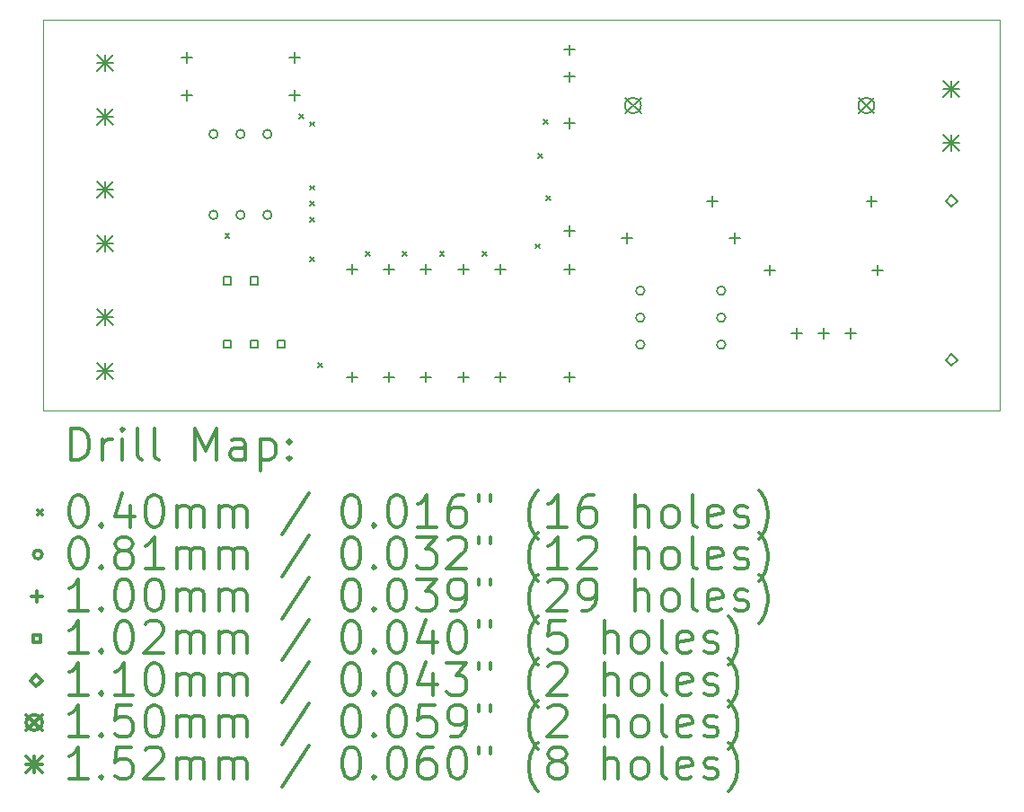
<source format=gbr>
%FSLAX45Y45*%
G04 Gerber Fmt 4.5, Leading zero omitted, Abs format (unit mm)*
G04 Created by KiCad (PCBNEW 4.0.0-rc1-stable) date 12/10/2015 23:54:31*
%MOMM*%
G01*
G04 APERTURE LIST*
%ADD10C,0.127000*%
%ADD11C,0.100000*%
%ADD12C,0.200000*%
%ADD13C,0.300000*%
G04 APERTURE END LIST*
D10*
D11*
X8636000Y-9271000D02*
X8636000Y-5588000D01*
X17653000Y-9271000D02*
X8636000Y-9271000D01*
X17653000Y-5588000D02*
X17653000Y-9271000D01*
X8636000Y-5588000D02*
X17653000Y-5588000D01*
D12*
X10355000Y-7605000D02*
X10395000Y-7645000D01*
X10395000Y-7605000D02*
X10355000Y-7645000D01*
X11055000Y-6480000D02*
X11095000Y-6520000D01*
X11095000Y-6480000D02*
X11055000Y-6520000D01*
X11155000Y-6555000D02*
X11195000Y-6595000D01*
X11195000Y-6555000D02*
X11155000Y-6595000D01*
X11155000Y-7155000D02*
X11195000Y-7195000D01*
X11195000Y-7155000D02*
X11155000Y-7195000D01*
X11155000Y-7305000D02*
X11195000Y-7345000D01*
X11195000Y-7305000D02*
X11155000Y-7345000D01*
X11155000Y-7455000D02*
X11195000Y-7495000D01*
X11195000Y-7455000D02*
X11155000Y-7495000D01*
X11155000Y-7830000D02*
X11195000Y-7870000D01*
X11195000Y-7830000D02*
X11155000Y-7870000D01*
X11230000Y-8830000D02*
X11270000Y-8870000D01*
X11270000Y-8830000D02*
X11230000Y-8870000D01*
X11680000Y-7780000D02*
X11720000Y-7820000D01*
X11720000Y-7780000D02*
X11680000Y-7820000D01*
X12030000Y-7780000D02*
X12070000Y-7820000D01*
X12070000Y-7780000D02*
X12030000Y-7820000D01*
X12380000Y-7780000D02*
X12420000Y-7820000D01*
X12420000Y-7780000D02*
X12380000Y-7820000D01*
X12780000Y-7780000D02*
X12820000Y-7820000D01*
X12820000Y-7780000D02*
X12780000Y-7820000D01*
X13280000Y-7705000D02*
X13320000Y-7745000D01*
X13320000Y-7705000D02*
X13280000Y-7745000D01*
X13305000Y-6855000D02*
X13345000Y-6895000D01*
X13345000Y-6855000D02*
X13305000Y-6895000D01*
X13355000Y-6530000D02*
X13395000Y-6570000D01*
X13395000Y-6530000D02*
X13355000Y-6570000D01*
X13380000Y-7255000D02*
X13420000Y-7295000D01*
X13420000Y-7255000D02*
X13380000Y-7295000D01*
X10286640Y-6669000D02*
G75*
G03X10286640Y-6669000I-40640J0D01*
G01*
X10286640Y-7431000D02*
G75*
G03X10286640Y-7431000I-40640J0D01*
G01*
X10540640Y-6669000D02*
G75*
G03X10540640Y-6669000I-40640J0D01*
G01*
X10540640Y-7431000D02*
G75*
G03X10540640Y-7431000I-40640J0D01*
G01*
X10794640Y-6669000D02*
G75*
G03X10794640Y-6669000I-40640J0D01*
G01*
X10794640Y-7431000D02*
G75*
G03X10794640Y-7431000I-40640J0D01*
G01*
X14309640Y-8146000D02*
G75*
G03X14309640Y-8146000I-40640J0D01*
G01*
X14309640Y-8400000D02*
G75*
G03X14309640Y-8400000I-40640J0D01*
G01*
X14309640Y-8654000D02*
G75*
G03X14309640Y-8654000I-40640J0D01*
G01*
X15071640Y-8146000D02*
G75*
G03X15071640Y-8146000I-40640J0D01*
G01*
X15071640Y-8400000D02*
G75*
G03X15071640Y-8400000I-40640J0D01*
G01*
X15071640Y-8654000D02*
G75*
G03X15071640Y-8654000I-40640J0D01*
G01*
X9992000Y-5899962D02*
X9992000Y-6000038D01*
X9941962Y-5950000D02*
X10042038Y-5950000D01*
X9992000Y-6249962D02*
X9992000Y-6350038D01*
X9941962Y-6300000D02*
X10042038Y-6300000D01*
X11008000Y-5899962D02*
X11008000Y-6000038D01*
X10957962Y-5950000D02*
X11058038Y-5950000D01*
X11008000Y-6249962D02*
X11008000Y-6350038D01*
X10957962Y-6300000D02*
X11058038Y-6300000D01*
X11550000Y-7891962D02*
X11550000Y-7992038D01*
X11499962Y-7942000D02*
X11600038Y-7942000D01*
X11550000Y-8907962D02*
X11550000Y-9008038D01*
X11499962Y-8958000D02*
X11600038Y-8958000D01*
X11900000Y-7891962D02*
X11900000Y-7992038D01*
X11849962Y-7942000D02*
X11950038Y-7942000D01*
X11900000Y-8907962D02*
X11900000Y-9008038D01*
X11849962Y-8958000D02*
X11950038Y-8958000D01*
X12250000Y-7891962D02*
X12250000Y-7992038D01*
X12199962Y-7942000D02*
X12300038Y-7942000D01*
X12250000Y-8907962D02*
X12250000Y-9008038D01*
X12199962Y-8958000D02*
X12300038Y-8958000D01*
X12600000Y-7891962D02*
X12600000Y-7992038D01*
X12549962Y-7942000D02*
X12650038Y-7942000D01*
X12600000Y-8907962D02*
X12600000Y-9008038D01*
X12549962Y-8958000D02*
X12650038Y-8958000D01*
X12950000Y-7891962D02*
X12950000Y-7992038D01*
X12899962Y-7942000D02*
X13000038Y-7942000D01*
X12950000Y-8907962D02*
X12950000Y-9008038D01*
X12899962Y-8958000D02*
X13000038Y-8958000D01*
X13600000Y-5824962D02*
X13600000Y-5925038D01*
X13549962Y-5875000D02*
X13650038Y-5875000D01*
X13600000Y-6078962D02*
X13600000Y-6179038D01*
X13549962Y-6129000D02*
X13650038Y-6129000D01*
X13600000Y-6516962D02*
X13600000Y-6617038D01*
X13549962Y-6567000D02*
X13650038Y-6567000D01*
X13600000Y-7532962D02*
X13600000Y-7633038D01*
X13549962Y-7583000D02*
X13650038Y-7583000D01*
X13600000Y-7891962D02*
X13600000Y-7992038D01*
X13549962Y-7942000D02*
X13650038Y-7942000D01*
X13600000Y-8907962D02*
X13600000Y-9008038D01*
X13549962Y-8958000D02*
X13650038Y-8958000D01*
X14142000Y-7599962D02*
X14142000Y-7700038D01*
X14091962Y-7650000D02*
X14192038Y-7650000D01*
X14950000Y-7249962D02*
X14950000Y-7350038D01*
X14899962Y-7300000D02*
X15000038Y-7300000D01*
X15158000Y-7599962D02*
X15158000Y-7700038D01*
X15107962Y-7650000D02*
X15208038Y-7650000D01*
X15492000Y-7899962D02*
X15492000Y-8000038D01*
X15441962Y-7950000D02*
X15542038Y-7950000D01*
X15746000Y-8499962D02*
X15746000Y-8600038D01*
X15695962Y-8550000D02*
X15796038Y-8550000D01*
X16000000Y-8499962D02*
X16000000Y-8600038D01*
X15949962Y-8550000D02*
X16050038Y-8550000D01*
X16254000Y-8499962D02*
X16254000Y-8600038D01*
X16203962Y-8550000D02*
X16304038Y-8550000D01*
X16450000Y-7249962D02*
X16450000Y-7350038D01*
X16399962Y-7300000D02*
X16500038Y-7300000D01*
X16508000Y-7899962D02*
X16508000Y-8000038D01*
X16457962Y-7950000D02*
X16558038Y-7950000D01*
X10410921Y-8085921D02*
X10410921Y-8014079D01*
X10339079Y-8014079D01*
X10339079Y-8085921D01*
X10410921Y-8085921D01*
X10410921Y-8685921D02*
X10410921Y-8614079D01*
X10339079Y-8614079D01*
X10339079Y-8685921D01*
X10410921Y-8685921D01*
X10664921Y-8085921D02*
X10664921Y-8014079D01*
X10593079Y-8014079D01*
X10593079Y-8085921D01*
X10664921Y-8085921D01*
X10664921Y-8685921D02*
X10664921Y-8614079D01*
X10593079Y-8614079D01*
X10593079Y-8685921D01*
X10664921Y-8685921D01*
X10918921Y-8685921D02*
X10918921Y-8614079D01*
X10847079Y-8614079D01*
X10847079Y-8685921D01*
X10918921Y-8685921D01*
X17200000Y-7355000D02*
X17255000Y-7300000D01*
X17200000Y-7245000D01*
X17145000Y-7300000D01*
X17200000Y-7355000D01*
X17200000Y-8855000D02*
X17255000Y-8800000D01*
X17200000Y-8745000D01*
X17145000Y-8800000D01*
X17200000Y-8855000D01*
X14124869Y-6324943D02*
X14274983Y-6475057D01*
X14274983Y-6324943D02*
X14124869Y-6475057D01*
X14274983Y-6400000D02*
G75*
G03X14274983Y-6400000I-75057J0D01*
G01*
X16325017Y-6324943D02*
X16475131Y-6475057D01*
X16475131Y-6324943D02*
X16325017Y-6475057D01*
X16475131Y-6400000D02*
G75*
G03X16475131Y-6400000I-75057J0D01*
G01*
X9148800Y-5919800D02*
X9301200Y-6072200D01*
X9301200Y-5919800D02*
X9148800Y-6072200D01*
X9225000Y-5919800D02*
X9225000Y-6072200D01*
X9148800Y-5996000D02*
X9301200Y-5996000D01*
X9148800Y-6427800D02*
X9301200Y-6580200D01*
X9301200Y-6427800D02*
X9148800Y-6580200D01*
X9225000Y-6427800D02*
X9225000Y-6580200D01*
X9148800Y-6504000D02*
X9301200Y-6504000D01*
X9148800Y-7119800D02*
X9301200Y-7272200D01*
X9301200Y-7119800D02*
X9148800Y-7272200D01*
X9225000Y-7119800D02*
X9225000Y-7272200D01*
X9148800Y-7196000D02*
X9301200Y-7196000D01*
X9148800Y-7627800D02*
X9301200Y-7780200D01*
X9301200Y-7627800D02*
X9148800Y-7780200D01*
X9225000Y-7627800D02*
X9225000Y-7780200D01*
X9148800Y-7704000D02*
X9301200Y-7704000D01*
X9148800Y-8319800D02*
X9301200Y-8472200D01*
X9301200Y-8319800D02*
X9148800Y-8472200D01*
X9225000Y-8319800D02*
X9225000Y-8472200D01*
X9148800Y-8396000D02*
X9301200Y-8396000D01*
X9148800Y-8827800D02*
X9301200Y-8980200D01*
X9301200Y-8827800D02*
X9148800Y-8980200D01*
X9225000Y-8827800D02*
X9225000Y-8980200D01*
X9148800Y-8904000D02*
X9301200Y-8904000D01*
X17123800Y-6169800D02*
X17276200Y-6322200D01*
X17276200Y-6169800D02*
X17123800Y-6322200D01*
X17200000Y-6169800D02*
X17200000Y-6322200D01*
X17123800Y-6246000D02*
X17276200Y-6246000D01*
X17123800Y-6677800D02*
X17276200Y-6830200D01*
X17276200Y-6677800D02*
X17123800Y-6830200D01*
X17200000Y-6677800D02*
X17200000Y-6830200D01*
X17123800Y-6754000D02*
X17276200Y-6754000D01*
D13*
X8902429Y-9741714D02*
X8902429Y-9441714D01*
X8973857Y-9441714D01*
X9016714Y-9456000D01*
X9045286Y-9484572D01*
X9059571Y-9513143D01*
X9073857Y-9570286D01*
X9073857Y-9613143D01*
X9059571Y-9670286D01*
X9045286Y-9698857D01*
X9016714Y-9727429D01*
X8973857Y-9741714D01*
X8902429Y-9741714D01*
X9202429Y-9741714D02*
X9202429Y-9541714D01*
X9202429Y-9598857D02*
X9216714Y-9570286D01*
X9231000Y-9556000D01*
X9259571Y-9541714D01*
X9288143Y-9541714D01*
X9388143Y-9741714D02*
X9388143Y-9541714D01*
X9388143Y-9441714D02*
X9373857Y-9456000D01*
X9388143Y-9470286D01*
X9402429Y-9456000D01*
X9388143Y-9441714D01*
X9388143Y-9470286D01*
X9573857Y-9741714D02*
X9545286Y-9727429D01*
X9531000Y-9698857D01*
X9531000Y-9441714D01*
X9731000Y-9741714D02*
X9702429Y-9727429D01*
X9688143Y-9698857D01*
X9688143Y-9441714D01*
X10073857Y-9741714D02*
X10073857Y-9441714D01*
X10173857Y-9656000D01*
X10273857Y-9441714D01*
X10273857Y-9741714D01*
X10545286Y-9741714D02*
X10545286Y-9584572D01*
X10531000Y-9556000D01*
X10502429Y-9541714D01*
X10445286Y-9541714D01*
X10416714Y-9556000D01*
X10545286Y-9727429D02*
X10516714Y-9741714D01*
X10445286Y-9741714D01*
X10416714Y-9727429D01*
X10402429Y-9698857D01*
X10402429Y-9670286D01*
X10416714Y-9641714D01*
X10445286Y-9627429D01*
X10516714Y-9627429D01*
X10545286Y-9613143D01*
X10688143Y-9541714D02*
X10688143Y-9841714D01*
X10688143Y-9556000D02*
X10716714Y-9541714D01*
X10773857Y-9541714D01*
X10802429Y-9556000D01*
X10816714Y-9570286D01*
X10831000Y-9598857D01*
X10831000Y-9684572D01*
X10816714Y-9713143D01*
X10802429Y-9727429D01*
X10773857Y-9741714D01*
X10716714Y-9741714D01*
X10688143Y-9727429D01*
X10959571Y-9713143D02*
X10973857Y-9727429D01*
X10959571Y-9741714D01*
X10945286Y-9727429D01*
X10959571Y-9713143D01*
X10959571Y-9741714D01*
X10959571Y-9556000D02*
X10973857Y-9570286D01*
X10959571Y-9584572D01*
X10945286Y-9570286D01*
X10959571Y-9556000D01*
X10959571Y-9584572D01*
X8591000Y-10216000D02*
X8631000Y-10256000D01*
X8631000Y-10216000D02*
X8591000Y-10256000D01*
X8959571Y-10071714D02*
X8988143Y-10071714D01*
X9016714Y-10086000D01*
X9031000Y-10100286D01*
X9045286Y-10128857D01*
X9059571Y-10186000D01*
X9059571Y-10257429D01*
X9045286Y-10314572D01*
X9031000Y-10343143D01*
X9016714Y-10357429D01*
X8988143Y-10371714D01*
X8959571Y-10371714D01*
X8931000Y-10357429D01*
X8916714Y-10343143D01*
X8902429Y-10314572D01*
X8888143Y-10257429D01*
X8888143Y-10186000D01*
X8902429Y-10128857D01*
X8916714Y-10100286D01*
X8931000Y-10086000D01*
X8959571Y-10071714D01*
X9188143Y-10343143D02*
X9202429Y-10357429D01*
X9188143Y-10371714D01*
X9173857Y-10357429D01*
X9188143Y-10343143D01*
X9188143Y-10371714D01*
X9459571Y-10171714D02*
X9459571Y-10371714D01*
X9388143Y-10057429D02*
X9316714Y-10271714D01*
X9502428Y-10271714D01*
X9673857Y-10071714D02*
X9702429Y-10071714D01*
X9731000Y-10086000D01*
X9745286Y-10100286D01*
X9759571Y-10128857D01*
X9773857Y-10186000D01*
X9773857Y-10257429D01*
X9759571Y-10314572D01*
X9745286Y-10343143D01*
X9731000Y-10357429D01*
X9702429Y-10371714D01*
X9673857Y-10371714D01*
X9645286Y-10357429D01*
X9631000Y-10343143D01*
X9616714Y-10314572D01*
X9602429Y-10257429D01*
X9602429Y-10186000D01*
X9616714Y-10128857D01*
X9631000Y-10100286D01*
X9645286Y-10086000D01*
X9673857Y-10071714D01*
X9902429Y-10371714D02*
X9902429Y-10171714D01*
X9902429Y-10200286D02*
X9916714Y-10186000D01*
X9945286Y-10171714D01*
X9988143Y-10171714D01*
X10016714Y-10186000D01*
X10031000Y-10214572D01*
X10031000Y-10371714D01*
X10031000Y-10214572D02*
X10045286Y-10186000D01*
X10073857Y-10171714D01*
X10116714Y-10171714D01*
X10145286Y-10186000D01*
X10159571Y-10214572D01*
X10159571Y-10371714D01*
X10302429Y-10371714D02*
X10302429Y-10171714D01*
X10302429Y-10200286D02*
X10316714Y-10186000D01*
X10345286Y-10171714D01*
X10388143Y-10171714D01*
X10416714Y-10186000D01*
X10431000Y-10214572D01*
X10431000Y-10371714D01*
X10431000Y-10214572D02*
X10445286Y-10186000D01*
X10473857Y-10171714D01*
X10516714Y-10171714D01*
X10545286Y-10186000D01*
X10559571Y-10214572D01*
X10559571Y-10371714D01*
X11145286Y-10057429D02*
X10888143Y-10443143D01*
X11531000Y-10071714D02*
X11559571Y-10071714D01*
X11588143Y-10086000D01*
X11602428Y-10100286D01*
X11616714Y-10128857D01*
X11631000Y-10186000D01*
X11631000Y-10257429D01*
X11616714Y-10314572D01*
X11602428Y-10343143D01*
X11588143Y-10357429D01*
X11559571Y-10371714D01*
X11531000Y-10371714D01*
X11502428Y-10357429D01*
X11488143Y-10343143D01*
X11473857Y-10314572D01*
X11459571Y-10257429D01*
X11459571Y-10186000D01*
X11473857Y-10128857D01*
X11488143Y-10100286D01*
X11502428Y-10086000D01*
X11531000Y-10071714D01*
X11759571Y-10343143D02*
X11773857Y-10357429D01*
X11759571Y-10371714D01*
X11745286Y-10357429D01*
X11759571Y-10343143D01*
X11759571Y-10371714D01*
X11959571Y-10071714D02*
X11988143Y-10071714D01*
X12016714Y-10086000D01*
X12031000Y-10100286D01*
X12045285Y-10128857D01*
X12059571Y-10186000D01*
X12059571Y-10257429D01*
X12045285Y-10314572D01*
X12031000Y-10343143D01*
X12016714Y-10357429D01*
X11988143Y-10371714D01*
X11959571Y-10371714D01*
X11931000Y-10357429D01*
X11916714Y-10343143D01*
X11902428Y-10314572D01*
X11888143Y-10257429D01*
X11888143Y-10186000D01*
X11902428Y-10128857D01*
X11916714Y-10100286D01*
X11931000Y-10086000D01*
X11959571Y-10071714D01*
X12345285Y-10371714D02*
X12173857Y-10371714D01*
X12259571Y-10371714D02*
X12259571Y-10071714D01*
X12231000Y-10114572D01*
X12202428Y-10143143D01*
X12173857Y-10157429D01*
X12602428Y-10071714D02*
X12545285Y-10071714D01*
X12516714Y-10086000D01*
X12502428Y-10100286D01*
X12473857Y-10143143D01*
X12459571Y-10200286D01*
X12459571Y-10314572D01*
X12473857Y-10343143D01*
X12488143Y-10357429D01*
X12516714Y-10371714D01*
X12573857Y-10371714D01*
X12602428Y-10357429D01*
X12616714Y-10343143D01*
X12631000Y-10314572D01*
X12631000Y-10243143D01*
X12616714Y-10214572D01*
X12602428Y-10200286D01*
X12573857Y-10186000D01*
X12516714Y-10186000D01*
X12488143Y-10200286D01*
X12473857Y-10214572D01*
X12459571Y-10243143D01*
X12745286Y-10071714D02*
X12745286Y-10128857D01*
X12859571Y-10071714D02*
X12859571Y-10128857D01*
X13302428Y-10486000D02*
X13288143Y-10471714D01*
X13259571Y-10428857D01*
X13245285Y-10400286D01*
X13231000Y-10357429D01*
X13216714Y-10286000D01*
X13216714Y-10228857D01*
X13231000Y-10157429D01*
X13245285Y-10114572D01*
X13259571Y-10086000D01*
X13288143Y-10043143D01*
X13302428Y-10028857D01*
X13573857Y-10371714D02*
X13402428Y-10371714D01*
X13488143Y-10371714D02*
X13488143Y-10071714D01*
X13459571Y-10114572D01*
X13431000Y-10143143D01*
X13402428Y-10157429D01*
X13831000Y-10071714D02*
X13773857Y-10071714D01*
X13745285Y-10086000D01*
X13731000Y-10100286D01*
X13702428Y-10143143D01*
X13688143Y-10200286D01*
X13688143Y-10314572D01*
X13702428Y-10343143D01*
X13716714Y-10357429D01*
X13745285Y-10371714D01*
X13802428Y-10371714D01*
X13831000Y-10357429D01*
X13845285Y-10343143D01*
X13859571Y-10314572D01*
X13859571Y-10243143D01*
X13845285Y-10214572D01*
X13831000Y-10200286D01*
X13802428Y-10186000D01*
X13745285Y-10186000D01*
X13716714Y-10200286D01*
X13702428Y-10214572D01*
X13688143Y-10243143D01*
X14216714Y-10371714D02*
X14216714Y-10071714D01*
X14345285Y-10371714D02*
X14345285Y-10214572D01*
X14331000Y-10186000D01*
X14302428Y-10171714D01*
X14259571Y-10171714D01*
X14231000Y-10186000D01*
X14216714Y-10200286D01*
X14531000Y-10371714D02*
X14502428Y-10357429D01*
X14488143Y-10343143D01*
X14473857Y-10314572D01*
X14473857Y-10228857D01*
X14488143Y-10200286D01*
X14502428Y-10186000D01*
X14531000Y-10171714D01*
X14573857Y-10171714D01*
X14602428Y-10186000D01*
X14616714Y-10200286D01*
X14631000Y-10228857D01*
X14631000Y-10314572D01*
X14616714Y-10343143D01*
X14602428Y-10357429D01*
X14573857Y-10371714D01*
X14531000Y-10371714D01*
X14802428Y-10371714D02*
X14773857Y-10357429D01*
X14759571Y-10328857D01*
X14759571Y-10071714D01*
X15031000Y-10357429D02*
X15002428Y-10371714D01*
X14945286Y-10371714D01*
X14916714Y-10357429D01*
X14902428Y-10328857D01*
X14902428Y-10214572D01*
X14916714Y-10186000D01*
X14945286Y-10171714D01*
X15002428Y-10171714D01*
X15031000Y-10186000D01*
X15045286Y-10214572D01*
X15045286Y-10243143D01*
X14902428Y-10271714D01*
X15159571Y-10357429D02*
X15188143Y-10371714D01*
X15245286Y-10371714D01*
X15273857Y-10357429D01*
X15288143Y-10328857D01*
X15288143Y-10314572D01*
X15273857Y-10286000D01*
X15245286Y-10271714D01*
X15202428Y-10271714D01*
X15173857Y-10257429D01*
X15159571Y-10228857D01*
X15159571Y-10214572D01*
X15173857Y-10186000D01*
X15202428Y-10171714D01*
X15245286Y-10171714D01*
X15273857Y-10186000D01*
X15388143Y-10486000D02*
X15402428Y-10471714D01*
X15431000Y-10428857D01*
X15445286Y-10400286D01*
X15459571Y-10357429D01*
X15473857Y-10286000D01*
X15473857Y-10228857D01*
X15459571Y-10157429D01*
X15445286Y-10114572D01*
X15431000Y-10086000D01*
X15402428Y-10043143D01*
X15388143Y-10028857D01*
X8631000Y-10632000D02*
G75*
G03X8631000Y-10632000I-40640J0D01*
G01*
X8959571Y-10467714D02*
X8988143Y-10467714D01*
X9016714Y-10482000D01*
X9031000Y-10496286D01*
X9045286Y-10524857D01*
X9059571Y-10582000D01*
X9059571Y-10653429D01*
X9045286Y-10710572D01*
X9031000Y-10739143D01*
X9016714Y-10753429D01*
X8988143Y-10767714D01*
X8959571Y-10767714D01*
X8931000Y-10753429D01*
X8916714Y-10739143D01*
X8902429Y-10710572D01*
X8888143Y-10653429D01*
X8888143Y-10582000D01*
X8902429Y-10524857D01*
X8916714Y-10496286D01*
X8931000Y-10482000D01*
X8959571Y-10467714D01*
X9188143Y-10739143D02*
X9202429Y-10753429D01*
X9188143Y-10767714D01*
X9173857Y-10753429D01*
X9188143Y-10739143D01*
X9188143Y-10767714D01*
X9373857Y-10596286D02*
X9345286Y-10582000D01*
X9331000Y-10567714D01*
X9316714Y-10539143D01*
X9316714Y-10524857D01*
X9331000Y-10496286D01*
X9345286Y-10482000D01*
X9373857Y-10467714D01*
X9431000Y-10467714D01*
X9459571Y-10482000D01*
X9473857Y-10496286D01*
X9488143Y-10524857D01*
X9488143Y-10539143D01*
X9473857Y-10567714D01*
X9459571Y-10582000D01*
X9431000Y-10596286D01*
X9373857Y-10596286D01*
X9345286Y-10610572D01*
X9331000Y-10624857D01*
X9316714Y-10653429D01*
X9316714Y-10710572D01*
X9331000Y-10739143D01*
X9345286Y-10753429D01*
X9373857Y-10767714D01*
X9431000Y-10767714D01*
X9459571Y-10753429D01*
X9473857Y-10739143D01*
X9488143Y-10710572D01*
X9488143Y-10653429D01*
X9473857Y-10624857D01*
X9459571Y-10610572D01*
X9431000Y-10596286D01*
X9773857Y-10767714D02*
X9602429Y-10767714D01*
X9688143Y-10767714D02*
X9688143Y-10467714D01*
X9659571Y-10510572D01*
X9631000Y-10539143D01*
X9602429Y-10553429D01*
X9902429Y-10767714D02*
X9902429Y-10567714D01*
X9902429Y-10596286D02*
X9916714Y-10582000D01*
X9945286Y-10567714D01*
X9988143Y-10567714D01*
X10016714Y-10582000D01*
X10031000Y-10610572D01*
X10031000Y-10767714D01*
X10031000Y-10610572D02*
X10045286Y-10582000D01*
X10073857Y-10567714D01*
X10116714Y-10567714D01*
X10145286Y-10582000D01*
X10159571Y-10610572D01*
X10159571Y-10767714D01*
X10302429Y-10767714D02*
X10302429Y-10567714D01*
X10302429Y-10596286D02*
X10316714Y-10582000D01*
X10345286Y-10567714D01*
X10388143Y-10567714D01*
X10416714Y-10582000D01*
X10431000Y-10610572D01*
X10431000Y-10767714D01*
X10431000Y-10610572D02*
X10445286Y-10582000D01*
X10473857Y-10567714D01*
X10516714Y-10567714D01*
X10545286Y-10582000D01*
X10559571Y-10610572D01*
X10559571Y-10767714D01*
X11145286Y-10453429D02*
X10888143Y-10839143D01*
X11531000Y-10467714D02*
X11559571Y-10467714D01*
X11588143Y-10482000D01*
X11602428Y-10496286D01*
X11616714Y-10524857D01*
X11631000Y-10582000D01*
X11631000Y-10653429D01*
X11616714Y-10710572D01*
X11602428Y-10739143D01*
X11588143Y-10753429D01*
X11559571Y-10767714D01*
X11531000Y-10767714D01*
X11502428Y-10753429D01*
X11488143Y-10739143D01*
X11473857Y-10710572D01*
X11459571Y-10653429D01*
X11459571Y-10582000D01*
X11473857Y-10524857D01*
X11488143Y-10496286D01*
X11502428Y-10482000D01*
X11531000Y-10467714D01*
X11759571Y-10739143D02*
X11773857Y-10753429D01*
X11759571Y-10767714D01*
X11745286Y-10753429D01*
X11759571Y-10739143D01*
X11759571Y-10767714D01*
X11959571Y-10467714D02*
X11988143Y-10467714D01*
X12016714Y-10482000D01*
X12031000Y-10496286D01*
X12045285Y-10524857D01*
X12059571Y-10582000D01*
X12059571Y-10653429D01*
X12045285Y-10710572D01*
X12031000Y-10739143D01*
X12016714Y-10753429D01*
X11988143Y-10767714D01*
X11959571Y-10767714D01*
X11931000Y-10753429D01*
X11916714Y-10739143D01*
X11902428Y-10710572D01*
X11888143Y-10653429D01*
X11888143Y-10582000D01*
X11902428Y-10524857D01*
X11916714Y-10496286D01*
X11931000Y-10482000D01*
X11959571Y-10467714D01*
X12159571Y-10467714D02*
X12345285Y-10467714D01*
X12245285Y-10582000D01*
X12288143Y-10582000D01*
X12316714Y-10596286D01*
X12331000Y-10610572D01*
X12345285Y-10639143D01*
X12345285Y-10710572D01*
X12331000Y-10739143D01*
X12316714Y-10753429D01*
X12288143Y-10767714D01*
X12202428Y-10767714D01*
X12173857Y-10753429D01*
X12159571Y-10739143D01*
X12459571Y-10496286D02*
X12473857Y-10482000D01*
X12502428Y-10467714D01*
X12573857Y-10467714D01*
X12602428Y-10482000D01*
X12616714Y-10496286D01*
X12631000Y-10524857D01*
X12631000Y-10553429D01*
X12616714Y-10596286D01*
X12445285Y-10767714D01*
X12631000Y-10767714D01*
X12745286Y-10467714D02*
X12745286Y-10524857D01*
X12859571Y-10467714D02*
X12859571Y-10524857D01*
X13302428Y-10882000D02*
X13288143Y-10867714D01*
X13259571Y-10824857D01*
X13245285Y-10796286D01*
X13231000Y-10753429D01*
X13216714Y-10682000D01*
X13216714Y-10624857D01*
X13231000Y-10553429D01*
X13245285Y-10510572D01*
X13259571Y-10482000D01*
X13288143Y-10439143D01*
X13302428Y-10424857D01*
X13573857Y-10767714D02*
X13402428Y-10767714D01*
X13488143Y-10767714D02*
X13488143Y-10467714D01*
X13459571Y-10510572D01*
X13431000Y-10539143D01*
X13402428Y-10553429D01*
X13688143Y-10496286D02*
X13702428Y-10482000D01*
X13731000Y-10467714D01*
X13802428Y-10467714D01*
X13831000Y-10482000D01*
X13845285Y-10496286D01*
X13859571Y-10524857D01*
X13859571Y-10553429D01*
X13845285Y-10596286D01*
X13673857Y-10767714D01*
X13859571Y-10767714D01*
X14216714Y-10767714D02*
X14216714Y-10467714D01*
X14345285Y-10767714D02*
X14345285Y-10610572D01*
X14331000Y-10582000D01*
X14302428Y-10567714D01*
X14259571Y-10567714D01*
X14231000Y-10582000D01*
X14216714Y-10596286D01*
X14531000Y-10767714D02*
X14502428Y-10753429D01*
X14488143Y-10739143D01*
X14473857Y-10710572D01*
X14473857Y-10624857D01*
X14488143Y-10596286D01*
X14502428Y-10582000D01*
X14531000Y-10567714D01*
X14573857Y-10567714D01*
X14602428Y-10582000D01*
X14616714Y-10596286D01*
X14631000Y-10624857D01*
X14631000Y-10710572D01*
X14616714Y-10739143D01*
X14602428Y-10753429D01*
X14573857Y-10767714D01*
X14531000Y-10767714D01*
X14802428Y-10767714D02*
X14773857Y-10753429D01*
X14759571Y-10724857D01*
X14759571Y-10467714D01*
X15031000Y-10753429D02*
X15002428Y-10767714D01*
X14945286Y-10767714D01*
X14916714Y-10753429D01*
X14902428Y-10724857D01*
X14902428Y-10610572D01*
X14916714Y-10582000D01*
X14945286Y-10567714D01*
X15002428Y-10567714D01*
X15031000Y-10582000D01*
X15045286Y-10610572D01*
X15045286Y-10639143D01*
X14902428Y-10667714D01*
X15159571Y-10753429D02*
X15188143Y-10767714D01*
X15245286Y-10767714D01*
X15273857Y-10753429D01*
X15288143Y-10724857D01*
X15288143Y-10710572D01*
X15273857Y-10682000D01*
X15245286Y-10667714D01*
X15202428Y-10667714D01*
X15173857Y-10653429D01*
X15159571Y-10624857D01*
X15159571Y-10610572D01*
X15173857Y-10582000D01*
X15202428Y-10567714D01*
X15245286Y-10567714D01*
X15273857Y-10582000D01*
X15388143Y-10882000D02*
X15402428Y-10867714D01*
X15431000Y-10824857D01*
X15445286Y-10796286D01*
X15459571Y-10753429D01*
X15473857Y-10682000D01*
X15473857Y-10624857D01*
X15459571Y-10553429D01*
X15445286Y-10510572D01*
X15431000Y-10482000D01*
X15402428Y-10439143D01*
X15388143Y-10424857D01*
X8580962Y-10977962D02*
X8580962Y-11078038D01*
X8530924Y-11028000D02*
X8631000Y-11028000D01*
X9059571Y-11163714D02*
X8888143Y-11163714D01*
X8973857Y-11163714D02*
X8973857Y-10863714D01*
X8945286Y-10906572D01*
X8916714Y-10935143D01*
X8888143Y-10949429D01*
X9188143Y-11135143D02*
X9202429Y-11149429D01*
X9188143Y-11163714D01*
X9173857Y-11149429D01*
X9188143Y-11135143D01*
X9188143Y-11163714D01*
X9388143Y-10863714D02*
X9416714Y-10863714D01*
X9445286Y-10878000D01*
X9459571Y-10892286D01*
X9473857Y-10920857D01*
X9488143Y-10978000D01*
X9488143Y-11049429D01*
X9473857Y-11106572D01*
X9459571Y-11135143D01*
X9445286Y-11149429D01*
X9416714Y-11163714D01*
X9388143Y-11163714D01*
X9359571Y-11149429D01*
X9345286Y-11135143D01*
X9331000Y-11106572D01*
X9316714Y-11049429D01*
X9316714Y-10978000D01*
X9331000Y-10920857D01*
X9345286Y-10892286D01*
X9359571Y-10878000D01*
X9388143Y-10863714D01*
X9673857Y-10863714D02*
X9702429Y-10863714D01*
X9731000Y-10878000D01*
X9745286Y-10892286D01*
X9759571Y-10920857D01*
X9773857Y-10978000D01*
X9773857Y-11049429D01*
X9759571Y-11106572D01*
X9745286Y-11135143D01*
X9731000Y-11149429D01*
X9702429Y-11163714D01*
X9673857Y-11163714D01*
X9645286Y-11149429D01*
X9631000Y-11135143D01*
X9616714Y-11106572D01*
X9602429Y-11049429D01*
X9602429Y-10978000D01*
X9616714Y-10920857D01*
X9631000Y-10892286D01*
X9645286Y-10878000D01*
X9673857Y-10863714D01*
X9902429Y-11163714D02*
X9902429Y-10963714D01*
X9902429Y-10992286D02*
X9916714Y-10978000D01*
X9945286Y-10963714D01*
X9988143Y-10963714D01*
X10016714Y-10978000D01*
X10031000Y-11006572D01*
X10031000Y-11163714D01*
X10031000Y-11006572D02*
X10045286Y-10978000D01*
X10073857Y-10963714D01*
X10116714Y-10963714D01*
X10145286Y-10978000D01*
X10159571Y-11006572D01*
X10159571Y-11163714D01*
X10302429Y-11163714D02*
X10302429Y-10963714D01*
X10302429Y-10992286D02*
X10316714Y-10978000D01*
X10345286Y-10963714D01*
X10388143Y-10963714D01*
X10416714Y-10978000D01*
X10431000Y-11006572D01*
X10431000Y-11163714D01*
X10431000Y-11006572D02*
X10445286Y-10978000D01*
X10473857Y-10963714D01*
X10516714Y-10963714D01*
X10545286Y-10978000D01*
X10559571Y-11006572D01*
X10559571Y-11163714D01*
X11145286Y-10849429D02*
X10888143Y-11235143D01*
X11531000Y-10863714D02*
X11559571Y-10863714D01*
X11588143Y-10878000D01*
X11602428Y-10892286D01*
X11616714Y-10920857D01*
X11631000Y-10978000D01*
X11631000Y-11049429D01*
X11616714Y-11106572D01*
X11602428Y-11135143D01*
X11588143Y-11149429D01*
X11559571Y-11163714D01*
X11531000Y-11163714D01*
X11502428Y-11149429D01*
X11488143Y-11135143D01*
X11473857Y-11106572D01*
X11459571Y-11049429D01*
X11459571Y-10978000D01*
X11473857Y-10920857D01*
X11488143Y-10892286D01*
X11502428Y-10878000D01*
X11531000Y-10863714D01*
X11759571Y-11135143D02*
X11773857Y-11149429D01*
X11759571Y-11163714D01*
X11745286Y-11149429D01*
X11759571Y-11135143D01*
X11759571Y-11163714D01*
X11959571Y-10863714D02*
X11988143Y-10863714D01*
X12016714Y-10878000D01*
X12031000Y-10892286D01*
X12045285Y-10920857D01*
X12059571Y-10978000D01*
X12059571Y-11049429D01*
X12045285Y-11106572D01*
X12031000Y-11135143D01*
X12016714Y-11149429D01*
X11988143Y-11163714D01*
X11959571Y-11163714D01*
X11931000Y-11149429D01*
X11916714Y-11135143D01*
X11902428Y-11106572D01*
X11888143Y-11049429D01*
X11888143Y-10978000D01*
X11902428Y-10920857D01*
X11916714Y-10892286D01*
X11931000Y-10878000D01*
X11959571Y-10863714D01*
X12159571Y-10863714D02*
X12345285Y-10863714D01*
X12245285Y-10978000D01*
X12288143Y-10978000D01*
X12316714Y-10992286D01*
X12331000Y-11006572D01*
X12345285Y-11035143D01*
X12345285Y-11106572D01*
X12331000Y-11135143D01*
X12316714Y-11149429D01*
X12288143Y-11163714D01*
X12202428Y-11163714D01*
X12173857Y-11149429D01*
X12159571Y-11135143D01*
X12488143Y-11163714D02*
X12545285Y-11163714D01*
X12573857Y-11149429D01*
X12588143Y-11135143D01*
X12616714Y-11092286D01*
X12631000Y-11035143D01*
X12631000Y-10920857D01*
X12616714Y-10892286D01*
X12602428Y-10878000D01*
X12573857Y-10863714D01*
X12516714Y-10863714D01*
X12488143Y-10878000D01*
X12473857Y-10892286D01*
X12459571Y-10920857D01*
X12459571Y-10992286D01*
X12473857Y-11020857D01*
X12488143Y-11035143D01*
X12516714Y-11049429D01*
X12573857Y-11049429D01*
X12602428Y-11035143D01*
X12616714Y-11020857D01*
X12631000Y-10992286D01*
X12745286Y-10863714D02*
X12745286Y-10920857D01*
X12859571Y-10863714D02*
X12859571Y-10920857D01*
X13302428Y-11278000D02*
X13288143Y-11263714D01*
X13259571Y-11220857D01*
X13245285Y-11192286D01*
X13231000Y-11149429D01*
X13216714Y-11078000D01*
X13216714Y-11020857D01*
X13231000Y-10949429D01*
X13245285Y-10906572D01*
X13259571Y-10878000D01*
X13288143Y-10835143D01*
X13302428Y-10820857D01*
X13402428Y-10892286D02*
X13416714Y-10878000D01*
X13445285Y-10863714D01*
X13516714Y-10863714D01*
X13545285Y-10878000D01*
X13559571Y-10892286D01*
X13573857Y-10920857D01*
X13573857Y-10949429D01*
X13559571Y-10992286D01*
X13388143Y-11163714D01*
X13573857Y-11163714D01*
X13716714Y-11163714D02*
X13773857Y-11163714D01*
X13802428Y-11149429D01*
X13816714Y-11135143D01*
X13845285Y-11092286D01*
X13859571Y-11035143D01*
X13859571Y-10920857D01*
X13845285Y-10892286D01*
X13831000Y-10878000D01*
X13802428Y-10863714D01*
X13745285Y-10863714D01*
X13716714Y-10878000D01*
X13702428Y-10892286D01*
X13688143Y-10920857D01*
X13688143Y-10992286D01*
X13702428Y-11020857D01*
X13716714Y-11035143D01*
X13745285Y-11049429D01*
X13802428Y-11049429D01*
X13831000Y-11035143D01*
X13845285Y-11020857D01*
X13859571Y-10992286D01*
X14216714Y-11163714D02*
X14216714Y-10863714D01*
X14345285Y-11163714D02*
X14345285Y-11006572D01*
X14331000Y-10978000D01*
X14302428Y-10963714D01*
X14259571Y-10963714D01*
X14231000Y-10978000D01*
X14216714Y-10992286D01*
X14531000Y-11163714D02*
X14502428Y-11149429D01*
X14488143Y-11135143D01*
X14473857Y-11106572D01*
X14473857Y-11020857D01*
X14488143Y-10992286D01*
X14502428Y-10978000D01*
X14531000Y-10963714D01*
X14573857Y-10963714D01*
X14602428Y-10978000D01*
X14616714Y-10992286D01*
X14631000Y-11020857D01*
X14631000Y-11106572D01*
X14616714Y-11135143D01*
X14602428Y-11149429D01*
X14573857Y-11163714D01*
X14531000Y-11163714D01*
X14802428Y-11163714D02*
X14773857Y-11149429D01*
X14759571Y-11120857D01*
X14759571Y-10863714D01*
X15031000Y-11149429D02*
X15002428Y-11163714D01*
X14945286Y-11163714D01*
X14916714Y-11149429D01*
X14902428Y-11120857D01*
X14902428Y-11006572D01*
X14916714Y-10978000D01*
X14945286Y-10963714D01*
X15002428Y-10963714D01*
X15031000Y-10978000D01*
X15045286Y-11006572D01*
X15045286Y-11035143D01*
X14902428Y-11063714D01*
X15159571Y-11149429D02*
X15188143Y-11163714D01*
X15245286Y-11163714D01*
X15273857Y-11149429D01*
X15288143Y-11120857D01*
X15288143Y-11106572D01*
X15273857Y-11078000D01*
X15245286Y-11063714D01*
X15202428Y-11063714D01*
X15173857Y-11049429D01*
X15159571Y-11020857D01*
X15159571Y-11006572D01*
X15173857Y-10978000D01*
X15202428Y-10963714D01*
X15245286Y-10963714D01*
X15273857Y-10978000D01*
X15388143Y-11278000D02*
X15402428Y-11263714D01*
X15431000Y-11220857D01*
X15445286Y-11192286D01*
X15459571Y-11149429D01*
X15473857Y-11078000D01*
X15473857Y-11020857D01*
X15459571Y-10949429D01*
X15445286Y-10906572D01*
X15431000Y-10878000D01*
X15402428Y-10835143D01*
X15388143Y-10820857D01*
X8616121Y-11459921D02*
X8616121Y-11388079D01*
X8544279Y-11388079D01*
X8544279Y-11459921D01*
X8616121Y-11459921D01*
X9059571Y-11559714D02*
X8888143Y-11559714D01*
X8973857Y-11559714D02*
X8973857Y-11259714D01*
X8945286Y-11302571D01*
X8916714Y-11331143D01*
X8888143Y-11345429D01*
X9188143Y-11531143D02*
X9202429Y-11545429D01*
X9188143Y-11559714D01*
X9173857Y-11545429D01*
X9188143Y-11531143D01*
X9188143Y-11559714D01*
X9388143Y-11259714D02*
X9416714Y-11259714D01*
X9445286Y-11274000D01*
X9459571Y-11288286D01*
X9473857Y-11316857D01*
X9488143Y-11374000D01*
X9488143Y-11445429D01*
X9473857Y-11502571D01*
X9459571Y-11531143D01*
X9445286Y-11545429D01*
X9416714Y-11559714D01*
X9388143Y-11559714D01*
X9359571Y-11545429D01*
X9345286Y-11531143D01*
X9331000Y-11502571D01*
X9316714Y-11445429D01*
X9316714Y-11374000D01*
X9331000Y-11316857D01*
X9345286Y-11288286D01*
X9359571Y-11274000D01*
X9388143Y-11259714D01*
X9602429Y-11288286D02*
X9616714Y-11274000D01*
X9645286Y-11259714D01*
X9716714Y-11259714D01*
X9745286Y-11274000D01*
X9759571Y-11288286D01*
X9773857Y-11316857D01*
X9773857Y-11345429D01*
X9759571Y-11388286D01*
X9588143Y-11559714D01*
X9773857Y-11559714D01*
X9902429Y-11559714D02*
X9902429Y-11359714D01*
X9902429Y-11388286D02*
X9916714Y-11374000D01*
X9945286Y-11359714D01*
X9988143Y-11359714D01*
X10016714Y-11374000D01*
X10031000Y-11402571D01*
X10031000Y-11559714D01*
X10031000Y-11402571D02*
X10045286Y-11374000D01*
X10073857Y-11359714D01*
X10116714Y-11359714D01*
X10145286Y-11374000D01*
X10159571Y-11402571D01*
X10159571Y-11559714D01*
X10302429Y-11559714D02*
X10302429Y-11359714D01*
X10302429Y-11388286D02*
X10316714Y-11374000D01*
X10345286Y-11359714D01*
X10388143Y-11359714D01*
X10416714Y-11374000D01*
X10431000Y-11402571D01*
X10431000Y-11559714D01*
X10431000Y-11402571D02*
X10445286Y-11374000D01*
X10473857Y-11359714D01*
X10516714Y-11359714D01*
X10545286Y-11374000D01*
X10559571Y-11402571D01*
X10559571Y-11559714D01*
X11145286Y-11245429D02*
X10888143Y-11631143D01*
X11531000Y-11259714D02*
X11559571Y-11259714D01*
X11588143Y-11274000D01*
X11602428Y-11288286D01*
X11616714Y-11316857D01*
X11631000Y-11374000D01*
X11631000Y-11445429D01*
X11616714Y-11502571D01*
X11602428Y-11531143D01*
X11588143Y-11545429D01*
X11559571Y-11559714D01*
X11531000Y-11559714D01*
X11502428Y-11545429D01*
X11488143Y-11531143D01*
X11473857Y-11502571D01*
X11459571Y-11445429D01*
X11459571Y-11374000D01*
X11473857Y-11316857D01*
X11488143Y-11288286D01*
X11502428Y-11274000D01*
X11531000Y-11259714D01*
X11759571Y-11531143D02*
X11773857Y-11545429D01*
X11759571Y-11559714D01*
X11745286Y-11545429D01*
X11759571Y-11531143D01*
X11759571Y-11559714D01*
X11959571Y-11259714D02*
X11988143Y-11259714D01*
X12016714Y-11274000D01*
X12031000Y-11288286D01*
X12045285Y-11316857D01*
X12059571Y-11374000D01*
X12059571Y-11445429D01*
X12045285Y-11502571D01*
X12031000Y-11531143D01*
X12016714Y-11545429D01*
X11988143Y-11559714D01*
X11959571Y-11559714D01*
X11931000Y-11545429D01*
X11916714Y-11531143D01*
X11902428Y-11502571D01*
X11888143Y-11445429D01*
X11888143Y-11374000D01*
X11902428Y-11316857D01*
X11916714Y-11288286D01*
X11931000Y-11274000D01*
X11959571Y-11259714D01*
X12316714Y-11359714D02*
X12316714Y-11559714D01*
X12245285Y-11245429D02*
X12173857Y-11459714D01*
X12359571Y-11459714D01*
X12531000Y-11259714D02*
X12559571Y-11259714D01*
X12588143Y-11274000D01*
X12602428Y-11288286D01*
X12616714Y-11316857D01*
X12631000Y-11374000D01*
X12631000Y-11445429D01*
X12616714Y-11502571D01*
X12602428Y-11531143D01*
X12588143Y-11545429D01*
X12559571Y-11559714D01*
X12531000Y-11559714D01*
X12502428Y-11545429D01*
X12488143Y-11531143D01*
X12473857Y-11502571D01*
X12459571Y-11445429D01*
X12459571Y-11374000D01*
X12473857Y-11316857D01*
X12488143Y-11288286D01*
X12502428Y-11274000D01*
X12531000Y-11259714D01*
X12745286Y-11259714D02*
X12745286Y-11316857D01*
X12859571Y-11259714D02*
X12859571Y-11316857D01*
X13302428Y-11674000D02*
X13288143Y-11659714D01*
X13259571Y-11616857D01*
X13245285Y-11588286D01*
X13231000Y-11545429D01*
X13216714Y-11474000D01*
X13216714Y-11416857D01*
X13231000Y-11345429D01*
X13245285Y-11302571D01*
X13259571Y-11274000D01*
X13288143Y-11231143D01*
X13302428Y-11216857D01*
X13559571Y-11259714D02*
X13416714Y-11259714D01*
X13402428Y-11402571D01*
X13416714Y-11388286D01*
X13445285Y-11374000D01*
X13516714Y-11374000D01*
X13545285Y-11388286D01*
X13559571Y-11402571D01*
X13573857Y-11431143D01*
X13573857Y-11502571D01*
X13559571Y-11531143D01*
X13545285Y-11545429D01*
X13516714Y-11559714D01*
X13445285Y-11559714D01*
X13416714Y-11545429D01*
X13402428Y-11531143D01*
X13931000Y-11559714D02*
X13931000Y-11259714D01*
X14059571Y-11559714D02*
X14059571Y-11402571D01*
X14045285Y-11374000D01*
X14016714Y-11359714D01*
X13973857Y-11359714D01*
X13945285Y-11374000D01*
X13931000Y-11388286D01*
X14245285Y-11559714D02*
X14216714Y-11545429D01*
X14202428Y-11531143D01*
X14188143Y-11502571D01*
X14188143Y-11416857D01*
X14202428Y-11388286D01*
X14216714Y-11374000D01*
X14245285Y-11359714D01*
X14288143Y-11359714D01*
X14316714Y-11374000D01*
X14331000Y-11388286D01*
X14345285Y-11416857D01*
X14345285Y-11502571D01*
X14331000Y-11531143D01*
X14316714Y-11545429D01*
X14288143Y-11559714D01*
X14245285Y-11559714D01*
X14516714Y-11559714D02*
X14488143Y-11545429D01*
X14473857Y-11516857D01*
X14473857Y-11259714D01*
X14745286Y-11545429D02*
X14716714Y-11559714D01*
X14659571Y-11559714D01*
X14631000Y-11545429D01*
X14616714Y-11516857D01*
X14616714Y-11402571D01*
X14631000Y-11374000D01*
X14659571Y-11359714D01*
X14716714Y-11359714D01*
X14745286Y-11374000D01*
X14759571Y-11402571D01*
X14759571Y-11431143D01*
X14616714Y-11459714D01*
X14873857Y-11545429D02*
X14902428Y-11559714D01*
X14959571Y-11559714D01*
X14988143Y-11545429D01*
X15002428Y-11516857D01*
X15002428Y-11502571D01*
X14988143Y-11474000D01*
X14959571Y-11459714D01*
X14916714Y-11459714D01*
X14888143Y-11445429D01*
X14873857Y-11416857D01*
X14873857Y-11402571D01*
X14888143Y-11374000D01*
X14916714Y-11359714D01*
X14959571Y-11359714D01*
X14988143Y-11374000D01*
X15102428Y-11674000D02*
X15116714Y-11659714D01*
X15145286Y-11616857D01*
X15159571Y-11588286D01*
X15173857Y-11545429D01*
X15188143Y-11474000D01*
X15188143Y-11416857D01*
X15173857Y-11345429D01*
X15159571Y-11302571D01*
X15145286Y-11274000D01*
X15116714Y-11231143D01*
X15102428Y-11216857D01*
X8576000Y-11875000D02*
X8631000Y-11820000D01*
X8576000Y-11765000D01*
X8521000Y-11820000D01*
X8576000Y-11875000D01*
X9059571Y-11955714D02*
X8888143Y-11955714D01*
X8973857Y-11955714D02*
X8973857Y-11655714D01*
X8945286Y-11698571D01*
X8916714Y-11727143D01*
X8888143Y-11741429D01*
X9188143Y-11927143D02*
X9202429Y-11941429D01*
X9188143Y-11955714D01*
X9173857Y-11941429D01*
X9188143Y-11927143D01*
X9188143Y-11955714D01*
X9488143Y-11955714D02*
X9316714Y-11955714D01*
X9402428Y-11955714D02*
X9402428Y-11655714D01*
X9373857Y-11698571D01*
X9345286Y-11727143D01*
X9316714Y-11741429D01*
X9673857Y-11655714D02*
X9702429Y-11655714D01*
X9731000Y-11670000D01*
X9745286Y-11684286D01*
X9759571Y-11712857D01*
X9773857Y-11770000D01*
X9773857Y-11841429D01*
X9759571Y-11898571D01*
X9745286Y-11927143D01*
X9731000Y-11941429D01*
X9702429Y-11955714D01*
X9673857Y-11955714D01*
X9645286Y-11941429D01*
X9631000Y-11927143D01*
X9616714Y-11898571D01*
X9602429Y-11841429D01*
X9602429Y-11770000D01*
X9616714Y-11712857D01*
X9631000Y-11684286D01*
X9645286Y-11670000D01*
X9673857Y-11655714D01*
X9902429Y-11955714D02*
X9902429Y-11755714D01*
X9902429Y-11784286D02*
X9916714Y-11770000D01*
X9945286Y-11755714D01*
X9988143Y-11755714D01*
X10016714Y-11770000D01*
X10031000Y-11798571D01*
X10031000Y-11955714D01*
X10031000Y-11798571D02*
X10045286Y-11770000D01*
X10073857Y-11755714D01*
X10116714Y-11755714D01*
X10145286Y-11770000D01*
X10159571Y-11798571D01*
X10159571Y-11955714D01*
X10302429Y-11955714D02*
X10302429Y-11755714D01*
X10302429Y-11784286D02*
X10316714Y-11770000D01*
X10345286Y-11755714D01*
X10388143Y-11755714D01*
X10416714Y-11770000D01*
X10431000Y-11798571D01*
X10431000Y-11955714D01*
X10431000Y-11798571D02*
X10445286Y-11770000D01*
X10473857Y-11755714D01*
X10516714Y-11755714D01*
X10545286Y-11770000D01*
X10559571Y-11798571D01*
X10559571Y-11955714D01*
X11145286Y-11641429D02*
X10888143Y-12027143D01*
X11531000Y-11655714D02*
X11559571Y-11655714D01*
X11588143Y-11670000D01*
X11602428Y-11684286D01*
X11616714Y-11712857D01*
X11631000Y-11770000D01*
X11631000Y-11841429D01*
X11616714Y-11898571D01*
X11602428Y-11927143D01*
X11588143Y-11941429D01*
X11559571Y-11955714D01*
X11531000Y-11955714D01*
X11502428Y-11941429D01*
X11488143Y-11927143D01*
X11473857Y-11898571D01*
X11459571Y-11841429D01*
X11459571Y-11770000D01*
X11473857Y-11712857D01*
X11488143Y-11684286D01*
X11502428Y-11670000D01*
X11531000Y-11655714D01*
X11759571Y-11927143D02*
X11773857Y-11941429D01*
X11759571Y-11955714D01*
X11745286Y-11941429D01*
X11759571Y-11927143D01*
X11759571Y-11955714D01*
X11959571Y-11655714D02*
X11988143Y-11655714D01*
X12016714Y-11670000D01*
X12031000Y-11684286D01*
X12045285Y-11712857D01*
X12059571Y-11770000D01*
X12059571Y-11841429D01*
X12045285Y-11898571D01*
X12031000Y-11927143D01*
X12016714Y-11941429D01*
X11988143Y-11955714D01*
X11959571Y-11955714D01*
X11931000Y-11941429D01*
X11916714Y-11927143D01*
X11902428Y-11898571D01*
X11888143Y-11841429D01*
X11888143Y-11770000D01*
X11902428Y-11712857D01*
X11916714Y-11684286D01*
X11931000Y-11670000D01*
X11959571Y-11655714D01*
X12316714Y-11755714D02*
X12316714Y-11955714D01*
X12245285Y-11641429D02*
X12173857Y-11855714D01*
X12359571Y-11855714D01*
X12445285Y-11655714D02*
X12631000Y-11655714D01*
X12531000Y-11770000D01*
X12573857Y-11770000D01*
X12602428Y-11784286D01*
X12616714Y-11798571D01*
X12631000Y-11827143D01*
X12631000Y-11898571D01*
X12616714Y-11927143D01*
X12602428Y-11941429D01*
X12573857Y-11955714D01*
X12488143Y-11955714D01*
X12459571Y-11941429D01*
X12445285Y-11927143D01*
X12745286Y-11655714D02*
X12745286Y-11712857D01*
X12859571Y-11655714D02*
X12859571Y-11712857D01*
X13302428Y-12070000D02*
X13288143Y-12055714D01*
X13259571Y-12012857D01*
X13245285Y-11984286D01*
X13231000Y-11941429D01*
X13216714Y-11870000D01*
X13216714Y-11812857D01*
X13231000Y-11741429D01*
X13245285Y-11698571D01*
X13259571Y-11670000D01*
X13288143Y-11627143D01*
X13302428Y-11612857D01*
X13402428Y-11684286D02*
X13416714Y-11670000D01*
X13445285Y-11655714D01*
X13516714Y-11655714D01*
X13545285Y-11670000D01*
X13559571Y-11684286D01*
X13573857Y-11712857D01*
X13573857Y-11741429D01*
X13559571Y-11784286D01*
X13388143Y-11955714D01*
X13573857Y-11955714D01*
X13931000Y-11955714D02*
X13931000Y-11655714D01*
X14059571Y-11955714D02*
X14059571Y-11798571D01*
X14045285Y-11770000D01*
X14016714Y-11755714D01*
X13973857Y-11755714D01*
X13945285Y-11770000D01*
X13931000Y-11784286D01*
X14245285Y-11955714D02*
X14216714Y-11941429D01*
X14202428Y-11927143D01*
X14188143Y-11898571D01*
X14188143Y-11812857D01*
X14202428Y-11784286D01*
X14216714Y-11770000D01*
X14245285Y-11755714D01*
X14288143Y-11755714D01*
X14316714Y-11770000D01*
X14331000Y-11784286D01*
X14345285Y-11812857D01*
X14345285Y-11898571D01*
X14331000Y-11927143D01*
X14316714Y-11941429D01*
X14288143Y-11955714D01*
X14245285Y-11955714D01*
X14516714Y-11955714D02*
X14488143Y-11941429D01*
X14473857Y-11912857D01*
X14473857Y-11655714D01*
X14745286Y-11941429D02*
X14716714Y-11955714D01*
X14659571Y-11955714D01*
X14631000Y-11941429D01*
X14616714Y-11912857D01*
X14616714Y-11798571D01*
X14631000Y-11770000D01*
X14659571Y-11755714D01*
X14716714Y-11755714D01*
X14745286Y-11770000D01*
X14759571Y-11798571D01*
X14759571Y-11827143D01*
X14616714Y-11855714D01*
X14873857Y-11941429D02*
X14902428Y-11955714D01*
X14959571Y-11955714D01*
X14988143Y-11941429D01*
X15002428Y-11912857D01*
X15002428Y-11898571D01*
X14988143Y-11870000D01*
X14959571Y-11855714D01*
X14916714Y-11855714D01*
X14888143Y-11841429D01*
X14873857Y-11812857D01*
X14873857Y-11798571D01*
X14888143Y-11770000D01*
X14916714Y-11755714D01*
X14959571Y-11755714D01*
X14988143Y-11770000D01*
X15102428Y-12070000D02*
X15116714Y-12055714D01*
X15145286Y-12012857D01*
X15159571Y-11984286D01*
X15173857Y-11941429D01*
X15188143Y-11870000D01*
X15188143Y-11812857D01*
X15173857Y-11741429D01*
X15159571Y-11698571D01*
X15145286Y-11670000D01*
X15116714Y-11627143D01*
X15102428Y-11612857D01*
X8480886Y-12140943D02*
X8631000Y-12291057D01*
X8631000Y-12140943D02*
X8480886Y-12291057D01*
X8631000Y-12216000D02*
G75*
G03X8631000Y-12216000I-75057J0D01*
G01*
X9059571Y-12351714D02*
X8888143Y-12351714D01*
X8973857Y-12351714D02*
X8973857Y-12051714D01*
X8945286Y-12094571D01*
X8916714Y-12123143D01*
X8888143Y-12137429D01*
X9188143Y-12323143D02*
X9202429Y-12337429D01*
X9188143Y-12351714D01*
X9173857Y-12337429D01*
X9188143Y-12323143D01*
X9188143Y-12351714D01*
X9473857Y-12051714D02*
X9331000Y-12051714D01*
X9316714Y-12194571D01*
X9331000Y-12180286D01*
X9359571Y-12166000D01*
X9431000Y-12166000D01*
X9459571Y-12180286D01*
X9473857Y-12194571D01*
X9488143Y-12223143D01*
X9488143Y-12294571D01*
X9473857Y-12323143D01*
X9459571Y-12337429D01*
X9431000Y-12351714D01*
X9359571Y-12351714D01*
X9331000Y-12337429D01*
X9316714Y-12323143D01*
X9673857Y-12051714D02*
X9702429Y-12051714D01*
X9731000Y-12066000D01*
X9745286Y-12080286D01*
X9759571Y-12108857D01*
X9773857Y-12166000D01*
X9773857Y-12237429D01*
X9759571Y-12294571D01*
X9745286Y-12323143D01*
X9731000Y-12337429D01*
X9702429Y-12351714D01*
X9673857Y-12351714D01*
X9645286Y-12337429D01*
X9631000Y-12323143D01*
X9616714Y-12294571D01*
X9602429Y-12237429D01*
X9602429Y-12166000D01*
X9616714Y-12108857D01*
X9631000Y-12080286D01*
X9645286Y-12066000D01*
X9673857Y-12051714D01*
X9902429Y-12351714D02*
X9902429Y-12151714D01*
X9902429Y-12180286D02*
X9916714Y-12166000D01*
X9945286Y-12151714D01*
X9988143Y-12151714D01*
X10016714Y-12166000D01*
X10031000Y-12194571D01*
X10031000Y-12351714D01*
X10031000Y-12194571D02*
X10045286Y-12166000D01*
X10073857Y-12151714D01*
X10116714Y-12151714D01*
X10145286Y-12166000D01*
X10159571Y-12194571D01*
X10159571Y-12351714D01*
X10302429Y-12351714D02*
X10302429Y-12151714D01*
X10302429Y-12180286D02*
X10316714Y-12166000D01*
X10345286Y-12151714D01*
X10388143Y-12151714D01*
X10416714Y-12166000D01*
X10431000Y-12194571D01*
X10431000Y-12351714D01*
X10431000Y-12194571D02*
X10445286Y-12166000D01*
X10473857Y-12151714D01*
X10516714Y-12151714D01*
X10545286Y-12166000D01*
X10559571Y-12194571D01*
X10559571Y-12351714D01*
X11145286Y-12037429D02*
X10888143Y-12423143D01*
X11531000Y-12051714D02*
X11559571Y-12051714D01*
X11588143Y-12066000D01*
X11602428Y-12080286D01*
X11616714Y-12108857D01*
X11631000Y-12166000D01*
X11631000Y-12237429D01*
X11616714Y-12294571D01*
X11602428Y-12323143D01*
X11588143Y-12337429D01*
X11559571Y-12351714D01*
X11531000Y-12351714D01*
X11502428Y-12337429D01*
X11488143Y-12323143D01*
X11473857Y-12294571D01*
X11459571Y-12237429D01*
X11459571Y-12166000D01*
X11473857Y-12108857D01*
X11488143Y-12080286D01*
X11502428Y-12066000D01*
X11531000Y-12051714D01*
X11759571Y-12323143D02*
X11773857Y-12337429D01*
X11759571Y-12351714D01*
X11745286Y-12337429D01*
X11759571Y-12323143D01*
X11759571Y-12351714D01*
X11959571Y-12051714D02*
X11988143Y-12051714D01*
X12016714Y-12066000D01*
X12031000Y-12080286D01*
X12045285Y-12108857D01*
X12059571Y-12166000D01*
X12059571Y-12237429D01*
X12045285Y-12294571D01*
X12031000Y-12323143D01*
X12016714Y-12337429D01*
X11988143Y-12351714D01*
X11959571Y-12351714D01*
X11931000Y-12337429D01*
X11916714Y-12323143D01*
X11902428Y-12294571D01*
X11888143Y-12237429D01*
X11888143Y-12166000D01*
X11902428Y-12108857D01*
X11916714Y-12080286D01*
X11931000Y-12066000D01*
X11959571Y-12051714D01*
X12331000Y-12051714D02*
X12188143Y-12051714D01*
X12173857Y-12194571D01*
X12188143Y-12180286D01*
X12216714Y-12166000D01*
X12288143Y-12166000D01*
X12316714Y-12180286D01*
X12331000Y-12194571D01*
X12345285Y-12223143D01*
X12345285Y-12294571D01*
X12331000Y-12323143D01*
X12316714Y-12337429D01*
X12288143Y-12351714D01*
X12216714Y-12351714D01*
X12188143Y-12337429D01*
X12173857Y-12323143D01*
X12488143Y-12351714D02*
X12545285Y-12351714D01*
X12573857Y-12337429D01*
X12588143Y-12323143D01*
X12616714Y-12280286D01*
X12631000Y-12223143D01*
X12631000Y-12108857D01*
X12616714Y-12080286D01*
X12602428Y-12066000D01*
X12573857Y-12051714D01*
X12516714Y-12051714D01*
X12488143Y-12066000D01*
X12473857Y-12080286D01*
X12459571Y-12108857D01*
X12459571Y-12180286D01*
X12473857Y-12208857D01*
X12488143Y-12223143D01*
X12516714Y-12237429D01*
X12573857Y-12237429D01*
X12602428Y-12223143D01*
X12616714Y-12208857D01*
X12631000Y-12180286D01*
X12745286Y-12051714D02*
X12745286Y-12108857D01*
X12859571Y-12051714D02*
X12859571Y-12108857D01*
X13302428Y-12466000D02*
X13288143Y-12451714D01*
X13259571Y-12408857D01*
X13245285Y-12380286D01*
X13231000Y-12337429D01*
X13216714Y-12266000D01*
X13216714Y-12208857D01*
X13231000Y-12137429D01*
X13245285Y-12094571D01*
X13259571Y-12066000D01*
X13288143Y-12023143D01*
X13302428Y-12008857D01*
X13402428Y-12080286D02*
X13416714Y-12066000D01*
X13445285Y-12051714D01*
X13516714Y-12051714D01*
X13545285Y-12066000D01*
X13559571Y-12080286D01*
X13573857Y-12108857D01*
X13573857Y-12137429D01*
X13559571Y-12180286D01*
X13388143Y-12351714D01*
X13573857Y-12351714D01*
X13931000Y-12351714D02*
X13931000Y-12051714D01*
X14059571Y-12351714D02*
X14059571Y-12194571D01*
X14045285Y-12166000D01*
X14016714Y-12151714D01*
X13973857Y-12151714D01*
X13945285Y-12166000D01*
X13931000Y-12180286D01*
X14245285Y-12351714D02*
X14216714Y-12337429D01*
X14202428Y-12323143D01*
X14188143Y-12294571D01*
X14188143Y-12208857D01*
X14202428Y-12180286D01*
X14216714Y-12166000D01*
X14245285Y-12151714D01*
X14288143Y-12151714D01*
X14316714Y-12166000D01*
X14331000Y-12180286D01*
X14345285Y-12208857D01*
X14345285Y-12294571D01*
X14331000Y-12323143D01*
X14316714Y-12337429D01*
X14288143Y-12351714D01*
X14245285Y-12351714D01*
X14516714Y-12351714D02*
X14488143Y-12337429D01*
X14473857Y-12308857D01*
X14473857Y-12051714D01*
X14745286Y-12337429D02*
X14716714Y-12351714D01*
X14659571Y-12351714D01*
X14631000Y-12337429D01*
X14616714Y-12308857D01*
X14616714Y-12194571D01*
X14631000Y-12166000D01*
X14659571Y-12151714D01*
X14716714Y-12151714D01*
X14745286Y-12166000D01*
X14759571Y-12194571D01*
X14759571Y-12223143D01*
X14616714Y-12251714D01*
X14873857Y-12337429D02*
X14902428Y-12351714D01*
X14959571Y-12351714D01*
X14988143Y-12337429D01*
X15002428Y-12308857D01*
X15002428Y-12294571D01*
X14988143Y-12266000D01*
X14959571Y-12251714D01*
X14916714Y-12251714D01*
X14888143Y-12237429D01*
X14873857Y-12208857D01*
X14873857Y-12194571D01*
X14888143Y-12166000D01*
X14916714Y-12151714D01*
X14959571Y-12151714D01*
X14988143Y-12166000D01*
X15102428Y-12466000D02*
X15116714Y-12451714D01*
X15145286Y-12408857D01*
X15159571Y-12380286D01*
X15173857Y-12337429D01*
X15188143Y-12266000D01*
X15188143Y-12208857D01*
X15173857Y-12137429D01*
X15159571Y-12094571D01*
X15145286Y-12066000D01*
X15116714Y-12023143D01*
X15102428Y-12008857D01*
X8478600Y-12535800D02*
X8631000Y-12688200D01*
X8631000Y-12535800D02*
X8478600Y-12688200D01*
X8554800Y-12535800D02*
X8554800Y-12688200D01*
X8478600Y-12612000D02*
X8631000Y-12612000D01*
X9059571Y-12747714D02*
X8888143Y-12747714D01*
X8973857Y-12747714D02*
X8973857Y-12447714D01*
X8945286Y-12490571D01*
X8916714Y-12519143D01*
X8888143Y-12533429D01*
X9188143Y-12719143D02*
X9202429Y-12733429D01*
X9188143Y-12747714D01*
X9173857Y-12733429D01*
X9188143Y-12719143D01*
X9188143Y-12747714D01*
X9473857Y-12447714D02*
X9331000Y-12447714D01*
X9316714Y-12590571D01*
X9331000Y-12576286D01*
X9359571Y-12562000D01*
X9431000Y-12562000D01*
X9459571Y-12576286D01*
X9473857Y-12590571D01*
X9488143Y-12619143D01*
X9488143Y-12690571D01*
X9473857Y-12719143D01*
X9459571Y-12733429D01*
X9431000Y-12747714D01*
X9359571Y-12747714D01*
X9331000Y-12733429D01*
X9316714Y-12719143D01*
X9602429Y-12476286D02*
X9616714Y-12462000D01*
X9645286Y-12447714D01*
X9716714Y-12447714D01*
X9745286Y-12462000D01*
X9759571Y-12476286D01*
X9773857Y-12504857D01*
X9773857Y-12533429D01*
X9759571Y-12576286D01*
X9588143Y-12747714D01*
X9773857Y-12747714D01*
X9902429Y-12747714D02*
X9902429Y-12547714D01*
X9902429Y-12576286D02*
X9916714Y-12562000D01*
X9945286Y-12547714D01*
X9988143Y-12547714D01*
X10016714Y-12562000D01*
X10031000Y-12590571D01*
X10031000Y-12747714D01*
X10031000Y-12590571D02*
X10045286Y-12562000D01*
X10073857Y-12547714D01*
X10116714Y-12547714D01*
X10145286Y-12562000D01*
X10159571Y-12590571D01*
X10159571Y-12747714D01*
X10302429Y-12747714D02*
X10302429Y-12547714D01*
X10302429Y-12576286D02*
X10316714Y-12562000D01*
X10345286Y-12547714D01*
X10388143Y-12547714D01*
X10416714Y-12562000D01*
X10431000Y-12590571D01*
X10431000Y-12747714D01*
X10431000Y-12590571D02*
X10445286Y-12562000D01*
X10473857Y-12547714D01*
X10516714Y-12547714D01*
X10545286Y-12562000D01*
X10559571Y-12590571D01*
X10559571Y-12747714D01*
X11145286Y-12433429D02*
X10888143Y-12819143D01*
X11531000Y-12447714D02*
X11559571Y-12447714D01*
X11588143Y-12462000D01*
X11602428Y-12476286D01*
X11616714Y-12504857D01*
X11631000Y-12562000D01*
X11631000Y-12633429D01*
X11616714Y-12690571D01*
X11602428Y-12719143D01*
X11588143Y-12733429D01*
X11559571Y-12747714D01*
X11531000Y-12747714D01*
X11502428Y-12733429D01*
X11488143Y-12719143D01*
X11473857Y-12690571D01*
X11459571Y-12633429D01*
X11459571Y-12562000D01*
X11473857Y-12504857D01*
X11488143Y-12476286D01*
X11502428Y-12462000D01*
X11531000Y-12447714D01*
X11759571Y-12719143D02*
X11773857Y-12733429D01*
X11759571Y-12747714D01*
X11745286Y-12733429D01*
X11759571Y-12719143D01*
X11759571Y-12747714D01*
X11959571Y-12447714D02*
X11988143Y-12447714D01*
X12016714Y-12462000D01*
X12031000Y-12476286D01*
X12045285Y-12504857D01*
X12059571Y-12562000D01*
X12059571Y-12633429D01*
X12045285Y-12690571D01*
X12031000Y-12719143D01*
X12016714Y-12733429D01*
X11988143Y-12747714D01*
X11959571Y-12747714D01*
X11931000Y-12733429D01*
X11916714Y-12719143D01*
X11902428Y-12690571D01*
X11888143Y-12633429D01*
X11888143Y-12562000D01*
X11902428Y-12504857D01*
X11916714Y-12476286D01*
X11931000Y-12462000D01*
X11959571Y-12447714D01*
X12316714Y-12447714D02*
X12259571Y-12447714D01*
X12231000Y-12462000D01*
X12216714Y-12476286D01*
X12188143Y-12519143D01*
X12173857Y-12576286D01*
X12173857Y-12690571D01*
X12188143Y-12719143D01*
X12202428Y-12733429D01*
X12231000Y-12747714D01*
X12288143Y-12747714D01*
X12316714Y-12733429D01*
X12331000Y-12719143D01*
X12345285Y-12690571D01*
X12345285Y-12619143D01*
X12331000Y-12590571D01*
X12316714Y-12576286D01*
X12288143Y-12562000D01*
X12231000Y-12562000D01*
X12202428Y-12576286D01*
X12188143Y-12590571D01*
X12173857Y-12619143D01*
X12531000Y-12447714D02*
X12559571Y-12447714D01*
X12588143Y-12462000D01*
X12602428Y-12476286D01*
X12616714Y-12504857D01*
X12631000Y-12562000D01*
X12631000Y-12633429D01*
X12616714Y-12690571D01*
X12602428Y-12719143D01*
X12588143Y-12733429D01*
X12559571Y-12747714D01*
X12531000Y-12747714D01*
X12502428Y-12733429D01*
X12488143Y-12719143D01*
X12473857Y-12690571D01*
X12459571Y-12633429D01*
X12459571Y-12562000D01*
X12473857Y-12504857D01*
X12488143Y-12476286D01*
X12502428Y-12462000D01*
X12531000Y-12447714D01*
X12745286Y-12447714D02*
X12745286Y-12504857D01*
X12859571Y-12447714D02*
X12859571Y-12504857D01*
X13302428Y-12862000D02*
X13288143Y-12847714D01*
X13259571Y-12804857D01*
X13245285Y-12776286D01*
X13231000Y-12733429D01*
X13216714Y-12662000D01*
X13216714Y-12604857D01*
X13231000Y-12533429D01*
X13245285Y-12490571D01*
X13259571Y-12462000D01*
X13288143Y-12419143D01*
X13302428Y-12404857D01*
X13459571Y-12576286D02*
X13431000Y-12562000D01*
X13416714Y-12547714D01*
X13402428Y-12519143D01*
X13402428Y-12504857D01*
X13416714Y-12476286D01*
X13431000Y-12462000D01*
X13459571Y-12447714D01*
X13516714Y-12447714D01*
X13545285Y-12462000D01*
X13559571Y-12476286D01*
X13573857Y-12504857D01*
X13573857Y-12519143D01*
X13559571Y-12547714D01*
X13545285Y-12562000D01*
X13516714Y-12576286D01*
X13459571Y-12576286D01*
X13431000Y-12590571D01*
X13416714Y-12604857D01*
X13402428Y-12633429D01*
X13402428Y-12690571D01*
X13416714Y-12719143D01*
X13431000Y-12733429D01*
X13459571Y-12747714D01*
X13516714Y-12747714D01*
X13545285Y-12733429D01*
X13559571Y-12719143D01*
X13573857Y-12690571D01*
X13573857Y-12633429D01*
X13559571Y-12604857D01*
X13545285Y-12590571D01*
X13516714Y-12576286D01*
X13931000Y-12747714D02*
X13931000Y-12447714D01*
X14059571Y-12747714D02*
X14059571Y-12590571D01*
X14045285Y-12562000D01*
X14016714Y-12547714D01*
X13973857Y-12547714D01*
X13945285Y-12562000D01*
X13931000Y-12576286D01*
X14245285Y-12747714D02*
X14216714Y-12733429D01*
X14202428Y-12719143D01*
X14188143Y-12690571D01*
X14188143Y-12604857D01*
X14202428Y-12576286D01*
X14216714Y-12562000D01*
X14245285Y-12547714D01*
X14288143Y-12547714D01*
X14316714Y-12562000D01*
X14331000Y-12576286D01*
X14345285Y-12604857D01*
X14345285Y-12690571D01*
X14331000Y-12719143D01*
X14316714Y-12733429D01*
X14288143Y-12747714D01*
X14245285Y-12747714D01*
X14516714Y-12747714D02*
X14488143Y-12733429D01*
X14473857Y-12704857D01*
X14473857Y-12447714D01*
X14745286Y-12733429D02*
X14716714Y-12747714D01*
X14659571Y-12747714D01*
X14631000Y-12733429D01*
X14616714Y-12704857D01*
X14616714Y-12590571D01*
X14631000Y-12562000D01*
X14659571Y-12547714D01*
X14716714Y-12547714D01*
X14745286Y-12562000D01*
X14759571Y-12590571D01*
X14759571Y-12619143D01*
X14616714Y-12647714D01*
X14873857Y-12733429D02*
X14902428Y-12747714D01*
X14959571Y-12747714D01*
X14988143Y-12733429D01*
X15002428Y-12704857D01*
X15002428Y-12690571D01*
X14988143Y-12662000D01*
X14959571Y-12647714D01*
X14916714Y-12647714D01*
X14888143Y-12633429D01*
X14873857Y-12604857D01*
X14873857Y-12590571D01*
X14888143Y-12562000D01*
X14916714Y-12547714D01*
X14959571Y-12547714D01*
X14988143Y-12562000D01*
X15102428Y-12862000D02*
X15116714Y-12847714D01*
X15145286Y-12804857D01*
X15159571Y-12776286D01*
X15173857Y-12733429D01*
X15188143Y-12662000D01*
X15188143Y-12604857D01*
X15173857Y-12533429D01*
X15159571Y-12490571D01*
X15145286Y-12462000D01*
X15116714Y-12419143D01*
X15102428Y-12404857D01*
M02*

</source>
